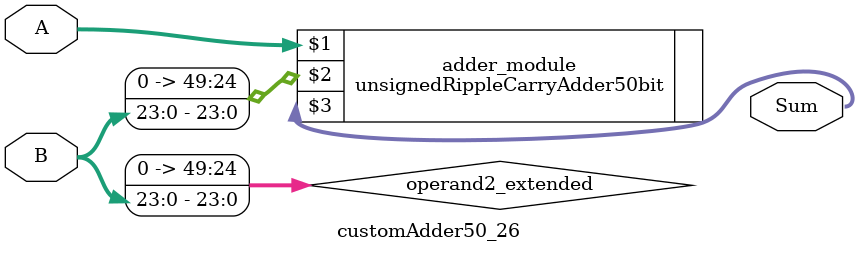
<source format=v>
module customAdder50_26(
                        input [49 : 0] A,
                        input [23 : 0] B,
                        
                        output [50 : 0] Sum
                );

        wire [49 : 0] operand2_extended;
        
        assign operand2_extended =  {26'b0, B};
        
        unsignedRippleCarryAdder50bit adder_module(
            A,
            operand2_extended,
            Sum
        );
        
        endmodule
        
</source>
